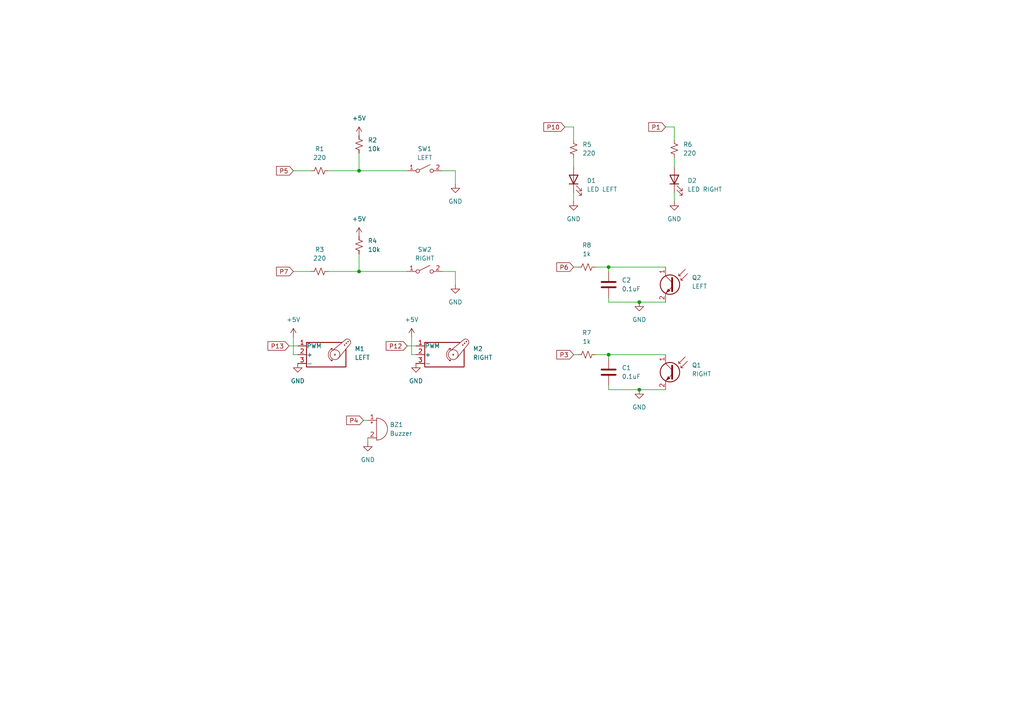
<source format=kicad_sch>
(kicad_sch (version 20211123) (generator eeschema)

  (uuid 5994a946-119f-4db4-aafe-00ae73b5b800)

  (paper "A4")

  (lib_symbols
    (symbol "Device:Buzzer" (pin_names (offset 0.0254) hide) (in_bom yes) (on_board yes)
      (property "Reference" "BZ" (id 0) (at 3.81 1.27 0)
        (effects (font (size 1.27 1.27)) (justify left))
      )
      (property "Value" "Buzzer" (id 1) (at 3.81 -1.27 0)
        (effects (font (size 1.27 1.27)) (justify left))
      )
      (property "Footprint" "" (id 2) (at -0.635 2.54 90)
        (effects (font (size 1.27 1.27)) hide)
      )
      (property "Datasheet" "~" (id 3) (at -0.635 2.54 90)
        (effects (font (size 1.27 1.27)) hide)
      )
      (property "ki_keywords" "quartz resonator ceramic" (id 4) (at 0 0 0)
        (effects (font (size 1.27 1.27)) hide)
      )
      (property "ki_description" "Buzzer, polarized" (id 5) (at 0 0 0)
        (effects (font (size 1.27 1.27)) hide)
      )
      (property "ki_fp_filters" "*Buzzer*" (id 6) (at 0 0 0)
        (effects (font (size 1.27 1.27)) hide)
      )
      (symbol "Buzzer_0_1"
        (arc (start 0 -3.175) (mid 3.175 0) (end 0 3.175)
          (stroke (width 0) (type default) (color 0 0 0 0))
          (fill (type none))
        )
        (polyline
          (pts
            (xy -1.651 1.905)
            (xy -1.143 1.905)
          )
          (stroke (width 0) (type default) (color 0 0 0 0))
          (fill (type none))
        )
        (polyline
          (pts
            (xy -1.397 2.159)
            (xy -1.397 1.651)
          )
          (stroke (width 0) (type default) (color 0 0 0 0))
          (fill (type none))
        )
        (polyline
          (pts
            (xy 0 3.175)
            (xy 0 -3.175)
          )
          (stroke (width 0) (type default) (color 0 0 0 0))
          (fill (type none))
        )
      )
      (symbol "Buzzer_1_1"
        (pin passive line (at -2.54 2.54 0) (length 2.54)
          (name "-" (effects (font (size 1.27 1.27))))
          (number "1" (effects (font (size 1.27 1.27))))
        )
        (pin passive line (at -2.54 -2.54 0) (length 2.54)
          (name "+" (effects (font (size 1.27 1.27))))
          (number "2" (effects (font (size 1.27 1.27))))
        )
      )
    )
    (symbol "Device:C" (pin_numbers hide) (pin_names (offset 0.254)) (in_bom yes) (on_board yes)
      (property "Reference" "C" (id 0) (at 0.635 2.54 0)
        (effects (font (size 1.27 1.27)) (justify left))
      )
      (property "Value" "C" (id 1) (at 0.635 -2.54 0)
        (effects (font (size 1.27 1.27)) (justify left))
      )
      (property "Footprint" "" (id 2) (at 0.9652 -3.81 0)
        (effects (font (size 1.27 1.27)) hide)
      )
      (property "Datasheet" "~" (id 3) (at 0 0 0)
        (effects (font (size 1.27 1.27)) hide)
      )
      (property "ki_keywords" "cap capacitor" (id 4) (at 0 0 0)
        (effects (font (size 1.27 1.27)) hide)
      )
      (property "ki_description" "Unpolarized capacitor" (id 5) (at 0 0 0)
        (effects (font (size 1.27 1.27)) hide)
      )
      (property "ki_fp_filters" "C_*" (id 6) (at 0 0 0)
        (effects (font (size 1.27 1.27)) hide)
      )
      (symbol "C_0_1"
        (polyline
          (pts
            (xy -2.032 -0.762)
            (xy 2.032 -0.762)
          )
          (stroke (width 0.508) (type default) (color 0 0 0 0))
          (fill (type none))
        )
        (polyline
          (pts
            (xy -2.032 0.762)
            (xy 2.032 0.762)
          )
          (stroke (width 0.508) (type default) (color 0 0 0 0))
          (fill (type none))
        )
      )
      (symbol "C_1_1"
        (pin passive line (at 0 3.81 270) (length 2.794)
          (name "~" (effects (font (size 1.27 1.27))))
          (number "1" (effects (font (size 1.27 1.27))))
        )
        (pin passive line (at 0 -3.81 90) (length 2.794)
          (name "~" (effects (font (size 1.27 1.27))))
          (number "2" (effects (font (size 1.27 1.27))))
        )
      )
    )
    (symbol "Device:LED" (pin_numbers hide) (pin_names (offset 1.016) hide) (in_bom yes) (on_board yes)
      (property "Reference" "D" (id 0) (at 0 2.54 0)
        (effects (font (size 1.27 1.27)))
      )
      (property "Value" "LED" (id 1) (at 0 -2.54 0)
        (effects (font (size 1.27 1.27)))
      )
      (property "Footprint" "" (id 2) (at 0 0 0)
        (effects (font (size 1.27 1.27)) hide)
      )
      (property "Datasheet" "~" (id 3) (at 0 0 0)
        (effects (font (size 1.27 1.27)) hide)
      )
      (property "ki_keywords" "LED diode" (id 4) (at 0 0 0)
        (effects (font (size 1.27 1.27)) hide)
      )
      (property "ki_description" "Light emitting diode" (id 5) (at 0 0 0)
        (effects (font (size 1.27 1.27)) hide)
      )
      (property "ki_fp_filters" "LED* LED_SMD:* LED_THT:*" (id 6) (at 0 0 0)
        (effects (font (size 1.27 1.27)) hide)
      )
      (symbol "LED_0_1"
        (polyline
          (pts
            (xy -1.27 -1.27)
            (xy -1.27 1.27)
          )
          (stroke (width 0.254) (type default) (color 0 0 0 0))
          (fill (type none))
        )
        (polyline
          (pts
            (xy -1.27 0)
            (xy 1.27 0)
          )
          (stroke (width 0) (type default) (color 0 0 0 0))
          (fill (type none))
        )
        (polyline
          (pts
            (xy 1.27 -1.27)
            (xy 1.27 1.27)
            (xy -1.27 0)
            (xy 1.27 -1.27)
          )
          (stroke (width 0.254) (type default) (color 0 0 0 0))
          (fill (type none))
        )
        (polyline
          (pts
            (xy -3.048 -0.762)
            (xy -4.572 -2.286)
            (xy -3.81 -2.286)
            (xy -4.572 -2.286)
            (xy -4.572 -1.524)
          )
          (stroke (width 0) (type default) (color 0 0 0 0))
          (fill (type none))
        )
        (polyline
          (pts
            (xy -1.778 -0.762)
            (xy -3.302 -2.286)
            (xy -2.54 -2.286)
            (xy -3.302 -2.286)
            (xy -3.302 -1.524)
          )
          (stroke (width 0) (type default) (color 0 0 0 0))
          (fill (type none))
        )
      )
      (symbol "LED_1_1"
        (pin passive line (at -3.81 0 0) (length 2.54)
          (name "K" (effects (font (size 1.27 1.27))))
          (number "1" (effects (font (size 1.27 1.27))))
        )
        (pin passive line (at 3.81 0 180) (length 2.54)
          (name "A" (effects (font (size 1.27 1.27))))
          (number "2" (effects (font (size 1.27 1.27))))
        )
      )
    )
    (symbol "Device:Q_Photo_NPN" (pin_names (offset 0) hide) (in_bom yes) (on_board yes)
      (property "Reference" "Q" (id 0) (at 5.08 1.27 0)
        (effects (font (size 1.27 1.27)) (justify left))
      )
      (property "Value" "Q_Photo_NPN" (id 1) (at 5.08 -1.27 0)
        (effects (font (size 1.27 1.27)) (justify left))
      )
      (property "Footprint" "" (id 2) (at 5.08 2.54 0)
        (effects (font (size 1.27 1.27)) hide)
      )
      (property "Datasheet" "~" (id 3) (at 0 0 0)
        (effects (font (size 1.27 1.27)) hide)
      )
      (property "ki_keywords" "phototransistor NPN" (id 4) (at 0 0 0)
        (effects (font (size 1.27 1.27)) hide)
      )
      (property "ki_description" "NPN phototransistor, collector/emitter" (id 5) (at 0 0 0)
        (effects (font (size 1.27 1.27)) hide)
      )
      (symbol "Q_Photo_NPN_0_1"
        (polyline
          (pts
            (xy -1.905 1.27)
            (xy -2.54 1.27)
          )
          (stroke (width 0) (type default) (color 0 0 0 0))
          (fill (type none))
        )
        (polyline
          (pts
            (xy -1.27 2.54)
            (xy -1.905 2.54)
          )
          (stroke (width 0) (type default) (color 0 0 0 0))
          (fill (type none))
        )
        (polyline
          (pts
            (xy 0.635 0.635)
            (xy 2.54 2.54)
          )
          (stroke (width 0) (type default) (color 0 0 0 0))
          (fill (type none))
        )
        (polyline
          (pts
            (xy -3.81 3.175)
            (xy -1.905 1.27)
            (xy -1.905 1.905)
          )
          (stroke (width 0) (type default) (color 0 0 0 0))
          (fill (type none))
        )
        (polyline
          (pts
            (xy -3.175 4.445)
            (xy -1.27 2.54)
            (xy -1.27 3.175)
          )
          (stroke (width 0) (type default) (color 0 0 0 0))
          (fill (type none))
        )
        (polyline
          (pts
            (xy 0.635 -0.635)
            (xy 2.54 -2.54)
            (xy 2.54 -2.54)
          )
          (stroke (width 0) (type default) (color 0 0 0 0))
          (fill (type none))
        )
        (polyline
          (pts
            (xy 0.635 1.905)
            (xy 0.635 -1.905)
            (xy 0.635 -1.905)
          )
          (stroke (width 0.508) (type default) (color 0 0 0 0))
          (fill (type none))
        )
        (polyline
          (pts
            (xy 1.27 -1.778)
            (xy 1.778 -1.27)
            (xy 2.286 -2.286)
            (xy 1.27 -1.778)
            (xy 1.27 -1.778)
          )
          (stroke (width 0) (type default) (color 0 0 0 0))
          (fill (type outline))
        )
        (circle (center 1.27 0) (radius 2.8194)
          (stroke (width 0.254) (type default) (color 0 0 0 0))
          (fill (type none))
        )
      )
      (symbol "Q_Photo_NPN_1_1"
        (pin passive line (at 2.54 5.08 270) (length 2.54)
          (name "C" (effects (font (size 1.27 1.27))))
          (number "1" (effects (font (size 1.27 1.27))))
        )
        (pin passive line (at 2.54 -5.08 90) (length 2.54)
          (name "E" (effects (font (size 1.27 1.27))))
          (number "2" (effects (font (size 1.27 1.27))))
        )
      )
    )
    (symbol "Device:R_Small_US" (pin_numbers hide) (pin_names (offset 0.254) hide) (in_bom yes) (on_board yes)
      (property "Reference" "R" (id 0) (at 0.762 0.508 0)
        (effects (font (size 1.27 1.27)) (justify left))
      )
      (property "Value" "R_Small_US" (id 1) (at 0.762 -1.016 0)
        (effects (font (size 1.27 1.27)) (justify left))
      )
      (property "Footprint" "" (id 2) (at 0 0 0)
        (effects (font (size 1.27 1.27)) hide)
      )
      (property "Datasheet" "~" (id 3) (at 0 0 0)
        (effects (font (size 1.27 1.27)) hide)
      )
      (property "ki_keywords" "r resistor" (id 4) (at 0 0 0)
        (effects (font (size 1.27 1.27)) hide)
      )
      (property "ki_description" "Resistor, small US symbol" (id 5) (at 0 0 0)
        (effects (font (size 1.27 1.27)) hide)
      )
      (property "ki_fp_filters" "R_*" (id 6) (at 0 0 0)
        (effects (font (size 1.27 1.27)) hide)
      )
      (symbol "R_Small_US_1_1"
        (polyline
          (pts
            (xy 0 0)
            (xy 1.016 -0.381)
            (xy 0 -0.762)
            (xy -1.016 -1.143)
            (xy 0 -1.524)
          )
          (stroke (width 0) (type default) (color 0 0 0 0))
          (fill (type none))
        )
        (polyline
          (pts
            (xy 0 1.524)
            (xy 1.016 1.143)
            (xy 0 0.762)
            (xy -1.016 0.381)
            (xy 0 0)
          )
          (stroke (width 0) (type default) (color 0 0 0 0))
          (fill (type none))
        )
        (pin passive line (at 0 2.54 270) (length 1.016)
          (name "~" (effects (font (size 1.27 1.27))))
          (number "1" (effects (font (size 1.27 1.27))))
        )
        (pin passive line (at 0 -2.54 90) (length 1.016)
          (name "~" (effects (font (size 1.27 1.27))))
          (number "2" (effects (font (size 1.27 1.27))))
        )
      )
    )
    (symbol "Motor:Motor_Servo" (pin_names (offset 0.0254)) (in_bom yes) (on_board yes)
      (property "Reference" "M" (id 0) (at -5.08 4.445 0)
        (effects (font (size 1.27 1.27)) (justify left))
      )
      (property "Value" "Motor_Servo" (id 1) (at -5.08 -4.064 0)
        (effects (font (size 1.27 1.27)) (justify left top))
      )
      (property "Footprint" "" (id 2) (at 0 -4.826 0)
        (effects (font (size 1.27 1.27)) hide)
      )
      (property "Datasheet" "http://forums.parallax.com/uploads/attachments/46831/74481.png" (id 3) (at 0 -4.826 0)
        (effects (font (size 1.27 1.27)) hide)
      )
      (property "ki_keywords" "Servo Motor" (id 4) (at 0 0 0)
        (effects (font (size 1.27 1.27)) hide)
      )
      (property "ki_description" "Servo Motor (Futaba, HiTec, JR connector)" (id 5) (at 0 0 0)
        (effects (font (size 1.27 1.27)) hide)
      )
      (property "ki_fp_filters" "PinHeader*P2.54mm*" (id 6) (at 0 0 0)
        (effects (font (size 1.27 1.27)) hide)
      )
      (symbol "Motor_Servo_0_1"
        (polyline
          (pts
            (xy 2.413 -1.778)
            (xy 2.032 -1.778)
          )
          (stroke (width 0) (type default) (color 0 0 0 0))
          (fill (type none))
        )
        (polyline
          (pts
            (xy 2.413 -1.778)
            (xy 2.286 -1.397)
          )
          (stroke (width 0) (type default) (color 0 0 0 0))
          (fill (type none))
        )
        (polyline
          (pts
            (xy 2.413 1.778)
            (xy 1.905 1.778)
          )
          (stroke (width 0) (type default) (color 0 0 0 0))
          (fill (type none))
        )
        (polyline
          (pts
            (xy 2.413 1.778)
            (xy 2.286 1.397)
          )
          (stroke (width 0) (type default) (color 0 0 0 0))
          (fill (type none))
        )
        (polyline
          (pts
            (xy 6.35 4.445)
            (xy 2.54 1.27)
          )
          (stroke (width 0) (type default) (color 0 0 0 0))
          (fill (type none))
        )
        (polyline
          (pts
            (xy 7.62 3.175)
            (xy 4.191 -1.016)
          )
          (stroke (width 0) (type default) (color 0 0 0 0))
          (fill (type none))
        )
        (polyline
          (pts
            (xy 5.08 3.556)
            (xy -5.08 3.556)
            (xy -5.08 -3.556)
            (xy 6.35 -3.556)
            (xy 6.35 1.524)
          )
          (stroke (width 0.254) (type default) (color 0 0 0 0))
          (fill (type none))
        )
        (arc (start 2.413 1.778) (mid 1.2406 0) (end 2.413 -1.778)
          (stroke (width 0) (type default) (color 0 0 0 0))
          (fill (type none))
        )
        (circle (center 3.175 0) (radius 0.1778)
          (stroke (width 0) (type default) (color 0 0 0 0))
          (fill (type none))
        )
        (circle (center 3.175 0) (radius 1.4224)
          (stroke (width 0) (type default) (color 0 0 0 0))
          (fill (type none))
        )
        (circle (center 5.969 2.794) (radius 0.127)
          (stroke (width 0) (type default) (color 0 0 0 0))
          (fill (type none))
        )
        (circle (center 6.477 3.302) (radius 0.127)
          (stroke (width 0) (type default) (color 0 0 0 0))
          (fill (type none))
        )
        (circle (center 6.985 3.81) (radius 0.127)
          (stroke (width 0) (type default) (color 0 0 0 0))
          (fill (type none))
        )
        (arc (start 7.62 3.175) (mid 7.4485 4.2735) (end 6.35 4.445)
          (stroke (width 0) (type default) (color 0 0 0 0))
          (fill (type none))
        )
      )
      (symbol "Motor_Servo_1_1"
        (pin passive line (at -7.62 2.54 0) (length 2.54)
          (name "PWM" (effects (font (size 1.27 1.27))))
          (number "1" (effects (font (size 1.27 1.27))))
        )
        (pin passive line (at -7.62 0 0) (length 2.54)
          (name "+" (effects (font (size 1.27 1.27))))
          (number "2" (effects (font (size 1.27 1.27))))
        )
        (pin passive line (at -7.62 -2.54 0) (length 2.54)
          (name "-" (effects (font (size 1.27 1.27))))
          (number "3" (effects (font (size 1.27 1.27))))
        )
      )
    )
    (symbol "Switch:SW_SPST" (pin_names (offset 0) hide) (in_bom yes) (on_board yes)
      (property "Reference" "SW" (id 0) (at 0 3.175 0)
        (effects (font (size 1.27 1.27)))
      )
      (property "Value" "SW_SPST" (id 1) (at 0 -2.54 0)
        (effects (font (size 1.27 1.27)))
      )
      (property "Footprint" "" (id 2) (at 0 0 0)
        (effects (font (size 1.27 1.27)) hide)
      )
      (property "Datasheet" "~" (id 3) (at 0 0 0)
        (effects (font (size 1.27 1.27)) hide)
      )
      (property "ki_keywords" "switch lever" (id 4) (at 0 0 0)
        (effects (font (size 1.27 1.27)) hide)
      )
      (property "ki_description" "Single Pole Single Throw (SPST) switch" (id 5) (at 0 0 0)
        (effects (font (size 1.27 1.27)) hide)
      )
      (symbol "SW_SPST_0_0"
        (circle (center -2.032 0) (radius 0.508)
          (stroke (width 0) (type default) (color 0 0 0 0))
          (fill (type none))
        )
        (polyline
          (pts
            (xy -1.524 0.254)
            (xy 1.524 1.778)
          )
          (stroke (width 0) (type default) (color 0 0 0 0))
          (fill (type none))
        )
        (circle (center 2.032 0) (radius 0.508)
          (stroke (width 0) (type default) (color 0 0 0 0))
          (fill (type none))
        )
      )
      (symbol "SW_SPST_1_1"
        (pin passive line (at -5.08 0 0) (length 2.54)
          (name "A" (effects (font (size 1.27 1.27))))
          (number "1" (effects (font (size 1.27 1.27))))
        )
        (pin passive line (at 5.08 0 180) (length 2.54)
          (name "B" (effects (font (size 1.27 1.27))))
          (number "2" (effects (font (size 1.27 1.27))))
        )
      )
    )
    (symbol "power:+5V" (power) (pin_names (offset 0)) (in_bom yes) (on_board yes)
      (property "Reference" "#PWR" (id 0) (at 0 -3.81 0)
        (effects (font (size 1.27 1.27)) hide)
      )
      (property "Value" "+5V" (id 1) (at 0 3.556 0)
        (effects (font (size 1.27 1.27)))
      )
      (property "Footprint" "" (id 2) (at 0 0 0)
        (effects (font (size 1.27 1.27)) hide)
      )
      (property "Datasheet" "" (id 3) (at 0 0 0)
        (effects (font (size 1.27 1.27)) hide)
      )
      (property "ki_keywords" "power-flag" (id 4) (at 0 0 0)
        (effects (font (size 1.27 1.27)) hide)
      )
      (property "ki_description" "Power symbol creates a global label with name \"+5V\"" (id 5) (at 0 0 0)
        (effects (font (size 1.27 1.27)) hide)
      )
      (symbol "+5V_0_1"
        (polyline
          (pts
            (xy -0.762 1.27)
            (xy 0 2.54)
          )
          (stroke (width 0) (type default) (color 0 0 0 0))
          (fill (type none))
        )
        (polyline
          (pts
            (xy 0 0)
            (xy 0 2.54)
          )
          (stroke (width 0) (type default) (color 0 0 0 0))
          (fill (type none))
        )
        (polyline
          (pts
            (xy 0 2.54)
            (xy 0.762 1.27)
          )
          (stroke (width 0) (type default) (color 0 0 0 0))
          (fill (type none))
        )
      )
      (symbol "+5V_1_1"
        (pin power_in line (at 0 0 90) (length 0) hide
          (name "+5V" (effects (font (size 1.27 1.27))))
          (number "1" (effects (font (size 1.27 1.27))))
        )
      )
    )
    (symbol "power:GND" (power) (pin_names (offset 0)) (in_bom yes) (on_board yes)
      (property "Reference" "#PWR" (id 0) (at 0 -6.35 0)
        (effects (font (size 1.27 1.27)) hide)
      )
      (property "Value" "GND" (id 1) (at 0 -3.81 0)
        (effects (font (size 1.27 1.27)))
      )
      (property "Footprint" "" (id 2) (at 0 0 0)
        (effects (font (size 1.27 1.27)) hide)
      )
      (property "Datasheet" "" (id 3) (at 0 0 0)
        (effects (font (size 1.27 1.27)) hide)
      )
      (property "ki_keywords" "power-flag" (id 4) (at 0 0 0)
        (effects (font (size 1.27 1.27)) hide)
      )
      (property "ki_description" "Power symbol creates a global label with name \"GND\" , ground" (id 5) (at 0 0 0)
        (effects (font (size 1.27 1.27)) hide)
      )
      (symbol "GND_0_1"
        (polyline
          (pts
            (xy 0 0)
            (xy 0 -1.27)
            (xy 1.27 -1.27)
            (xy 0 -2.54)
            (xy -1.27 -1.27)
            (xy 0 -1.27)
          )
          (stroke (width 0) (type default) (color 0 0 0 0))
          (fill (type none))
        )
      )
      (symbol "GND_1_1"
        (pin power_in line (at 0 0 270) (length 0) hide
          (name "GND" (effects (font (size 1.27 1.27))))
          (number "1" (effects (font (size 1.27 1.27))))
        )
      )
    )
  )

  (junction (at 176.53 77.47) (diameter 0) (color 0 0 0 0)
    (uuid 07e3311f-ab04-4e50-9156-367d7307f06b)
  )
  (junction (at 104.14 78.74) (diameter 0) (color 0 0 0 0)
    (uuid 4b6825c9-a1f7-4ead-9756-29ea3c3b647a)
  )
  (junction (at 176.53 102.87) (diameter 0) (color 0 0 0 0)
    (uuid 52f9f6d7-3383-410e-9e88-e6aea7ef29cc)
  )
  (junction (at 185.42 87.63) (diameter 0) (color 0 0 0 0)
    (uuid 856c8e53-c214-4fed-80b5-46667ceef9c3)
  )
  (junction (at 185.42 113.03) (diameter 0) (color 0 0 0 0)
    (uuid 900426b9-47ac-47ef-b48c-f5c8d368c93a)
  )
  (junction (at 104.14 49.53) (diameter 0) (color 0 0 0 0)
    (uuid dbbe2d60-23f7-469d-a0ae-1b2baf3ea8c5)
  )

  (wire (pts (xy 104.14 44.45) (xy 104.14 49.53))
    (stroke (width 0) (type default) (color 0 0 0 0))
    (uuid 00eedf01-f868-45fe-a111-fb3be2341d4e)
  )
  (wire (pts (xy 132.08 78.74) (xy 128.27 78.74))
    (stroke (width 0) (type default) (color 0 0 0 0))
    (uuid 04ba6294-a402-42fc-8f4c-1c9386f99756)
  )
  (wire (pts (xy 104.14 78.74) (xy 118.11 78.74))
    (stroke (width 0) (type default) (color 0 0 0 0))
    (uuid 1108903f-ab44-42de-8367-0525f51b13e6)
  )
  (wire (pts (xy 85.09 78.74) (xy 90.17 78.74))
    (stroke (width 0) (type default) (color 0 0 0 0))
    (uuid 13f1bb35-c948-4640-9e12-0fd57453cbdb)
  )
  (wire (pts (xy 104.14 49.53) (xy 118.11 49.53))
    (stroke (width 0) (type default) (color 0 0 0 0))
    (uuid 1c92e6b7-9cbf-4c7a-a924-5052f9906a0f)
  )
  (wire (pts (xy 176.53 113.03) (xy 176.53 111.76))
    (stroke (width 0) (type default) (color 0 0 0 0))
    (uuid 20c49e01-07f1-4a3a-a90c-22b9138cdaf3)
  )
  (wire (pts (xy 163.83 36.83) (xy 166.37 36.83))
    (stroke (width 0) (type default) (color 0 0 0 0))
    (uuid 2af6e0c9-21c5-48a4-afd7-587c45983047)
  )
  (wire (pts (xy 166.37 102.87) (xy 167.64 102.87))
    (stroke (width 0) (type default) (color 0 0 0 0))
    (uuid 339620b7-3ace-423b-bc09-a6ecc167c3e9)
  )
  (wire (pts (xy 176.53 77.47) (xy 193.04 77.47))
    (stroke (width 0) (type default) (color 0 0 0 0))
    (uuid 40c25f56-c2ae-46dc-bb8b-45bb67bb97ad)
  )
  (wire (pts (xy 195.58 36.83) (xy 195.58 40.64))
    (stroke (width 0) (type default) (color 0 0 0 0))
    (uuid 455aed55-227d-414f-9919-bf0873554a6e)
  )
  (wire (pts (xy 104.14 73.66) (xy 104.14 78.74))
    (stroke (width 0) (type default) (color 0 0 0 0))
    (uuid 4921d049-5b2d-4262-b362-3928ff5ef51d)
  )
  (wire (pts (xy 176.53 77.47) (xy 176.53 78.74))
    (stroke (width 0) (type default) (color 0 0 0 0))
    (uuid 528923c3-8ac4-4d1c-b9d4-52976c48ded9)
  )
  (wire (pts (xy 132.08 49.53) (xy 132.08 53.34))
    (stroke (width 0) (type default) (color 0 0 0 0))
    (uuid 5a613b56-2589-42e9-bf6c-6feb9eb7f523)
  )
  (wire (pts (xy 193.04 36.83) (xy 195.58 36.83))
    (stroke (width 0) (type default) (color 0 0 0 0))
    (uuid 5d01974b-5e1f-4d97-a712-8855f0936a69)
  )
  (wire (pts (xy 106.68 128.27) (xy 106.68 127))
    (stroke (width 0) (type default) (color 0 0 0 0))
    (uuid 5e275ab0-d913-409b-b9b1-9de6773eeaef)
  )
  (wire (pts (xy 166.37 77.47) (xy 167.64 77.47))
    (stroke (width 0) (type default) (color 0 0 0 0))
    (uuid 66bdbf0e-2a41-4ff0-aefa-39c2e4db9559)
  )
  (wire (pts (xy 85.09 49.53) (xy 90.17 49.53))
    (stroke (width 0) (type default) (color 0 0 0 0))
    (uuid 6a029190-9bf6-4b38-be08-c0324aaf7003)
  )
  (wire (pts (xy 172.72 102.87) (xy 176.53 102.87))
    (stroke (width 0) (type default) (color 0 0 0 0))
    (uuid 70a40cde-6d03-4ba4-8d6d-591492a9944a)
  )
  (wire (pts (xy 132.08 78.74) (xy 132.08 82.55))
    (stroke (width 0) (type default) (color 0 0 0 0))
    (uuid 7e802c7d-3297-48f9-a50a-ef977f38b7d9)
  )
  (wire (pts (xy 119.38 102.87) (xy 119.38 97.79))
    (stroke (width 0) (type default) (color 0 0 0 0))
    (uuid 83aa2854-38fe-49ce-b644-fecb30aa0352)
  )
  (wire (pts (xy 166.37 58.42) (xy 166.37 55.88))
    (stroke (width 0) (type default) (color 0 0 0 0))
    (uuid 93dcbc3a-d759-4ff7-a196-dd8e151a94d9)
  )
  (wire (pts (xy 132.08 49.53) (xy 128.27 49.53))
    (stroke (width 0) (type default) (color 0 0 0 0))
    (uuid a2fe6375-06cd-4fe1-8d5c-b28cf88905db)
  )
  (wire (pts (xy 176.53 113.03) (xy 185.42 113.03))
    (stroke (width 0) (type default) (color 0 0 0 0))
    (uuid a44f3a34-071b-4078-8f9d-d2e25ff574f2)
  )
  (wire (pts (xy 185.42 87.63) (xy 193.04 87.63))
    (stroke (width 0) (type default) (color 0 0 0 0))
    (uuid aaa77f21-8f41-4fba-b51a-c911c0b68c6f)
  )
  (wire (pts (xy 105.41 121.92) (xy 106.68 121.92))
    (stroke (width 0) (type default) (color 0 0 0 0))
    (uuid ad34773d-1bdd-4acb-a31c-57a7ead38763)
  )
  (wire (pts (xy 176.53 87.63) (xy 185.42 87.63))
    (stroke (width 0) (type default) (color 0 0 0 0))
    (uuid b0aace6d-dd57-4c27-96d4-67cfe1c35936)
  )
  (wire (pts (xy 95.25 78.74) (xy 104.14 78.74))
    (stroke (width 0) (type default) (color 0 0 0 0))
    (uuid b6cc4ac6-ac06-4d90-87b6-c8f8575f4d55)
  )
  (wire (pts (xy 166.37 36.83) (xy 166.37 40.64))
    (stroke (width 0) (type default) (color 0 0 0 0))
    (uuid ba62f1d3-df86-4b56-b623-9036cef872bc)
  )
  (wire (pts (xy 176.53 87.63) (xy 176.53 86.36))
    (stroke (width 0) (type default) (color 0 0 0 0))
    (uuid c29f45bc-359d-4d7a-88e7-ed358a0d5fd8)
  )
  (wire (pts (xy 120.65 102.87) (xy 119.38 102.87))
    (stroke (width 0) (type default) (color 0 0 0 0))
    (uuid c30ea908-aead-4403-a4b1-e4e4070c2d5c)
  )
  (wire (pts (xy 85.09 97.79) (xy 85.09 102.87))
    (stroke (width 0) (type default) (color 0 0 0 0))
    (uuid c6aab1c9-d35b-45e0-8086-1c06057259d9)
  )
  (wire (pts (xy 176.53 102.87) (xy 193.04 102.87))
    (stroke (width 0) (type default) (color 0 0 0 0))
    (uuid cac251a4-75c5-4730-9a7b-e7b1d25c1976)
  )
  (wire (pts (xy 176.53 102.87) (xy 176.53 104.14))
    (stroke (width 0) (type default) (color 0 0 0 0))
    (uuid cf547981-c7e1-45c7-9dbb-d45579bea9b6)
  )
  (wire (pts (xy 185.42 113.03) (xy 193.04 113.03))
    (stroke (width 0) (type default) (color 0 0 0 0))
    (uuid e8450507-6bdb-4c51-88c7-7c9772cb354e)
  )
  (wire (pts (xy 172.72 77.47) (xy 176.53 77.47))
    (stroke (width 0) (type default) (color 0 0 0 0))
    (uuid e8de65f4-4672-43be-b560-48a025191e9b)
  )
  (wire (pts (xy 118.11 100.33) (xy 120.65 100.33))
    (stroke (width 0) (type default) (color 0 0 0 0))
    (uuid ecf5b86d-42c0-49c1-b97c-b27c8526def2)
  )
  (wire (pts (xy 95.25 49.53) (xy 104.14 49.53))
    (stroke (width 0) (type default) (color 0 0 0 0))
    (uuid f1a94af9-53f4-4857-ae3a-d0339287b83f)
  )
  (wire (pts (xy 83.82 100.33) (xy 86.36 100.33))
    (stroke (width 0) (type default) (color 0 0 0 0))
    (uuid f2c4f452-1994-42d7-a272-59fb62c32d61)
  )
  (wire (pts (xy 166.37 48.26) (xy 166.37 45.72))
    (stroke (width 0) (type default) (color 0 0 0 0))
    (uuid f3b778d0-bdca-4a7a-b2d7-e2e8f7fb32e1)
  )
  (wire (pts (xy 195.58 48.26) (xy 195.58 45.72))
    (stroke (width 0) (type default) (color 0 0 0 0))
    (uuid fd721193-5a19-4b44-a74d-97efb6c8d81d)
  )
  (wire (pts (xy 85.09 102.87) (xy 86.36 102.87))
    (stroke (width 0) (type default) (color 0 0 0 0))
    (uuid fda0cb0b-be8b-476c-a4b2-8ef92aa01ebb)
  )
  (wire (pts (xy 195.58 58.42) (xy 195.58 55.88))
    (stroke (width 0) (type default) (color 0 0 0 0))
    (uuid fe1a4595-7bc2-45c8-ac08-2f948d8ca3ee)
  )

  (global_label "P3" (shape input) (at 166.37 102.87 180) (fields_autoplaced)
    (effects (font (size 1.27 1.27)) (justify right))
    (uuid 0900547b-9c3d-4756-b816-a4c93773302e)
    (property "Intersheet References" "${INTERSHEET_REFS}" (id 0) (at 161.4774 102.7906 0)
      (effects (font (size 1.27 1.27)) (justify right) hide)
    )
  )
  (global_label "P10" (shape input) (at 163.83 36.83 180) (fields_autoplaced)
    (effects (font (size 1.27 1.27)) (justify right))
    (uuid 1109f13f-a78e-4afe-bd4b-1258ed4a187e)
    (property "Intersheet References" "${INTERSHEET_REFS}" (id 0) (at 157.7279 36.7506 0)
      (effects (font (size 1.27 1.27)) (justify right) hide)
    )
  )
  (global_label "P12" (shape input) (at 118.11 100.33 180) (fields_autoplaced)
    (effects (font (size 1.27 1.27)) (justify right))
    (uuid 42a1065d-5996-4ecc-8d8c-176f54b47033)
    (property "Intersheet References" "${INTERSHEET_REFS}" (id 0) (at 112.0079 100.2506 0)
      (effects (font (size 1.27 1.27)) (justify right) hide)
    )
  )
  (global_label "P13" (shape input) (at 83.82 100.33 180) (fields_autoplaced)
    (effects (font (size 1.27 1.27)) (justify right))
    (uuid 5cb0403f-972a-4463-91f1-8d4f3ec5c8cb)
    (property "Intersheet References" "${INTERSHEET_REFS}" (id 0) (at 77.7179 100.2506 0)
      (effects (font (size 1.27 1.27)) (justify right) hide)
    )
  )
  (global_label "P1" (shape input) (at 193.04 36.83 180) (fields_autoplaced)
    (effects (font (size 1.27 1.27)) (justify right))
    (uuid 64227d66-1dba-4646-bce9-4be84033d092)
    (property "Intersheet References" "${INTERSHEET_REFS}" (id 0) (at 188.1474 36.7506 0)
      (effects (font (size 1.27 1.27)) (justify right) hide)
    )
  )
  (global_label "P6" (shape input) (at 166.37 77.47 180) (fields_autoplaced)
    (effects (font (size 1.27 1.27)) (justify right))
    (uuid 718b0164-25b0-493e-a6f9-68d8c9fbfa60)
    (property "Intersheet References" "${INTERSHEET_REFS}" (id 0) (at 161.4774 77.3906 0)
      (effects (font (size 1.27 1.27)) (justify right) hide)
    )
  )
  (global_label "P7" (shape input) (at 85.09 78.74 180) (fields_autoplaced)
    (effects (font (size 1.27 1.27)) (justify right))
    (uuid 85866164-6ed9-4bc8-abf5-a867e210a92b)
    (property "Intersheet References" "${INTERSHEET_REFS}" (id 0) (at 80.1974 78.6606 0)
      (effects (font (size 1.27 1.27)) (justify right) hide)
    )
  )
  (global_label "P5" (shape input) (at 85.09 49.53 180) (fields_autoplaced)
    (effects (font (size 1.27 1.27)) (justify right))
    (uuid 88a4a890-2852-4130-bbf3-323265597b16)
    (property "Intersheet References" "${INTERSHEET_REFS}" (id 0) (at 80.1974 49.4506 0)
      (effects (font (size 1.27 1.27)) (justify right) hide)
    )
  )
  (global_label "P4" (shape input) (at 105.41 121.92 180) (fields_autoplaced)
    (effects (font (size 1.27 1.27)) (justify right))
    (uuid b81e0885-c16a-4e21-940b-2c831a308740)
    (property "Intersheet References" "${INTERSHEET_REFS}" (id 0) (at 100.5174 121.8406 0)
      (effects (font (size 1.27 1.27)) (justify right) hide)
    )
  )

  (symbol (lib_id "Device:R_Small_US") (at 92.71 78.74 270) (unit 1)
    (in_bom yes) (on_board yes) (fields_autoplaced)
    (uuid 1abe0c3d-ccb2-4980-89ee-7d5eb00dcbe9)
    (property "Reference" "R3" (id 0) (at 92.71 72.39 90))
    (property "Value" "220" (id 1) (at 92.71 74.93 90))
    (property "Footprint" "" (id 2) (at 92.71 78.74 0)
      (effects (font (size 1.27 1.27)) hide)
    )
    (property "Datasheet" "~" (id 3) (at 92.71 78.74 0)
      (effects (font (size 1.27 1.27)) hide)
    )
    (pin "1" (uuid c8431b77-9dba-4d01-af13-cb061ccfbd91))
    (pin "2" (uuid 64303b8e-229e-49db-8c8a-eb0f29920c2e))
  )

  (symbol (lib_id "Device:R_Small_US") (at 170.18 102.87 90) (unit 1)
    (in_bom yes) (on_board yes) (fields_autoplaced)
    (uuid 26820f5c-8822-4371-879b-2c5fdeb709c6)
    (property "Reference" "R7" (id 0) (at 170.18 96.52 90))
    (property "Value" "" (id 1) (at 170.18 99.06 90))
    (property "Footprint" "" (id 2) (at 170.18 102.87 0)
      (effects (font (size 1.27 1.27)) hide)
    )
    (property "Datasheet" "~" (id 3) (at 170.18 102.87 0)
      (effects (font (size 1.27 1.27)) hide)
    )
    (pin "1" (uuid 64955e90-795b-4570-8dbb-13ab629cef78))
    (pin "2" (uuid 3897df55-4e8e-4d33-b5e2-ac09206305eb))
  )

  (symbol (lib_id "Device:R_Small_US") (at 166.37 43.18 0) (unit 1)
    (in_bom yes) (on_board yes) (fields_autoplaced)
    (uuid 275b6416-db29-42cc-9307-bf426917c3b4)
    (property "Reference" "R5" (id 0) (at 168.91 41.9099 0)
      (effects (font (size 1.27 1.27)) (justify left))
    )
    (property "Value" "" (id 1) (at 168.91 44.4499 0)
      (effects (font (size 1.27 1.27)) (justify left))
    )
    (property "Footprint" "" (id 2) (at 166.37 43.18 0)
      (effects (font (size 1.27 1.27)) hide)
    )
    (property "Datasheet" "~" (id 3) (at 166.37 43.18 0)
      (effects (font (size 1.27 1.27)) hide)
    )
    (pin "1" (uuid 8d063f79-9282-4820-bcf4-1ff3c006cf08))
    (pin "2" (uuid af186015-d283-4209-aade-a247e5de01df))
  )

  (symbol (lib_id "Device:R_Small_US") (at 104.14 71.12 0) (unit 1)
    (in_bom yes) (on_board yes) (fields_autoplaced)
    (uuid 2775e481-7e1a-4826-b93b-996402a5df34)
    (property "Reference" "R4" (id 0) (at 106.68 69.8499 0)
      (effects (font (size 1.27 1.27)) (justify left))
    )
    (property "Value" "10k" (id 1) (at 106.68 72.3899 0)
      (effects (font (size 1.27 1.27)) (justify left))
    )
    (property "Footprint" "" (id 2) (at 104.14 71.12 0)
      (effects (font (size 1.27 1.27)) hide)
    )
    (property "Datasheet" "~" (id 3) (at 104.14 71.12 0)
      (effects (font (size 1.27 1.27)) hide)
    )
    (pin "1" (uuid 9b0920d6-ff89-45c7-befe-d1fae6d593f6))
    (pin "2" (uuid a450c90e-a12d-4d33-afe5-c2f57d35f601))
  )

  (symbol (lib_id "Device:LED") (at 195.58 52.07 90) (unit 1)
    (in_bom yes) (on_board yes) (fields_autoplaced)
    (uuid 2e0831bb-727b-4678-ac31-f30bd3a3921c)
    (property "Reference" "D2" (id 0) (at 199.39 52.3874 90)
      (effects (font (size 1.27 1.27)) (justify right))
    )
    (property "Value" "" (id 1) (at 199.39 54.9274 90)
      (effects (font (size 1.27 1.27)) (justify right))
    )
    (property "Footprint" "" (id 2) (at 195.58 52.07 0)
      (effects (font (size 1.27 1.27)) hide)
    )
    (property "Datasheet" "~" (id 3) (at 195.58 52.07 0)
      (effects (font (size 1.27 1.27)) hide)
    )
    (pin "1" (uuid 7b671220-6bbf-4afc-a609-eeeac24a79a5))
    (pin "2" (uuid 5c1bdebc-317a-4ef3-8f74-39058c0859c8))
  )

  (symbol (lib_id "power:+5V") (at 85.09 97.79 0) (unit 1)
    (in_bom yes) (on_board yes) (fields_autoplaced)
    (uuid 35381895-4e3a-412e-b61f-cb542e6c0c4f)
    (property "Reference" "#PWR?" (id 0) (at 85.09 101.6 0)
      (effects (font (size 1.27 1.27)) hide)
    )
    (property "Value" "+5V" (id 1) (at 85.09 92.71 0))
    (property "Footprint" "" (id 2) (at 85.09 97.79 0)
      (effects (font (size 1.27 1.27)) hide)
    )
    (property "Datasheet" "" (id 3) (at 85.09 97.79 0)
      (effects (font (size 1.27 1.27)) hide)
    )
    (pin "1" (uuid 4f3aaa2d-567b-4827-9d6d-b3e5250a9242))
  )

  (symbol (lib_id "power:GND") (at 106.68 128.27 0) (unit 1)
    (in_bom yes) (on_board yes) (fields_autoplaced)
    (uuid 37209227-0c2a-4e4e-955b-20ce601b93fb)
    (property "Reference" "#PWR?" (id 0) (at 106.68 134.62 0)
      (effects (font (size 1.27 1.27)) hide)
    )
    (property "Value" "GND" (id 1) (at 106.68 133.35 0))
    (property "Footprint" "" (id 2) (at 106.68 128.27 0)
      (effects (font (size 1.27 1.27)) hide)
    )
    (property "Datasheet" "" (id 3) (at 106.68 128.27 0)
      (effects (font (size 1.27 1.27)) hide)
    )
    (pin "1" (uuid 7b27f8d3-5be4-4bbd-a55b-f477ef27ea0a))
  )

  (symbol (lib_id "Device:LED") (at 166.37 52.07 90) (unit 1)
    (in_bom yes) (on_board yes) (fields_autoplaced)
    (uuid 4a7114a3-2bb3-4cb4-b743-8cfc00b40467)
    (property "Reference" "D1" (id 0) (at 170.18 52.3874 90)
      (effects (font (size 1.27 1.27)) (justify right))
    )
    (property "Value" "" (id 1) (at 170.18 54.9274 90)
      (effects (font (size 1.27 1.27)) (justify right))
    )
    (property "Footprint" "" (id 2) (at 166.37 52.07 0)
      (effects (font (size 1.27 1.27)) hide)
    )
    (property "Datasheet" "~" (id 3) (at 166.37 52.07 0)
      (effects (font (size 1.27 1.27)) hide)
    )
    (pin "1" (uuid f8c61750-5c0e-4749-ae24-a771253cc5da))
    (pin "2" (uuid d7d31544-a2bf-4ba0-8307-8924e326bbdf))
  )

  (symbol (lib_id "Motor:Motor_Servo") (at 93.98 102.87 0) (unit 1)
    (in_bom yes) (on_board yes) (fields_autoplaced)
    (uuid 4c7c7870-db51-49a2-8f19-69587537557f)
    (property "Reference" "M1" (id 0) (at 102.87 101.1665 0)
      (effects (font (size 1.27 1.27)) (justify left))
    )
    (property "Value" "" (id 1) (at 102.87 103.7065 0)
      (effects (font (size 1.27 1.27)) (justify left))
    )
    (property "Footprint" "" (id 2) (at 93.98 107.696 0)
      (effects (font (size 1.27 1.27)) hide)
    )
    (property "Datasheet" "http://forums.parallax.com/uploads/attachments/46831/74481.png" (id 3) (at 93.98 107.696 0)
      (effects (font (size 1.27 1.27)) hide)
    )
    (pin "1" (uuid 72b8070d-6360-4ae2-9e52-c57614a73147))
    (pin "2" (uuid ee401c41-b6b2-4727-9d30-3b88570d7b65))
    (pin "3" (uuid 5b6c0450-093e-401d-8b6f-ca21198eb6df))
  )

  (symbol (lib_id "Switch:SW_SPST") (at 123.19 78.74 0) (unit 1)
    (in_bom yes) (on_board yes) (fields_autoplaced)
    (uuid 5c78b373-2168-4572-b43a-f4647d8651f2)
    (property "Reference" "SW2" (id 0) (at 123.19 72.39 0))
    (property "Value" "" (id 1) (at 123.19 74.93 0))
    (property "Footprint" "" (id 2) (at 123.19 78.74 0)
      (effects (font (size 1.27 1.27)) hide)
    )
    (property "Datasheet" "~" (id 3) (at 123.19 78.74 0)
      (effects (font (size 1.27 1.27)) hide)
    )
    (pin "1" (uuid e3f9c33f-e301-4ccb-8402-a1d536546f3c))
    (pin "2" (uuid 575aa981-fe57-40d1-9a65-b0f0e5acd2a0))
  )

  (symbol (lib_id "power:GND") (at 120.65 105.41 0) (unit 1)
    (in_bom yes) (on_board yes) (fields_autoplaced)
    (uuid 60101825-78f1-418c-bf19-bf0bc53dff95)
    (property "Reference" "#PWR?" (id 0) (at 120.65 111.76 0)
      (effects (font (size 1.27 1.27)) hide)
    )
    (property "Value" "GND" (id 1) (at 120.65 110.49 0))
    (property "Footprint" "" (id 2) (at 120.65 105.41 0)
      (effects (font (size 1.27 1.27)) hide)
    )
    (property "Datasheet" "" (id 3) (at 120.65 105.41 0)
      (effects (font (size 1.27 1.27)) hide)
    )
    (pin "1" (uuid 605e0e4a-a39d-4b11-a73e-a68f9c9ba06c))
  )

  (symbol (lib_id "Motor:Motor_Servo") (at 128.27 102.87 0) (unit 1)
    (in_bom yes) (on_board yes) (fields_autoplaced)
    (uuid 68da8cc6-0765-4da4-9976-d371a52df850)
    (property "Reference" "M2" (id 0) (at 137.16 101.1665 0)
      (effects (font (size 1.27 1.27)) (justify left))
    )
    (property "Value" "" (id 1) (at 137.16 103.7065 0)
      (effects (font (size 1.27 1.27)) (justify left))
    )
    (property "Footprint" "" (id 2) (at 128.27 107.696 0)
      (effects (font (size 1.27 1.27)) hide)
    )
    (property "Datasheet" "http://forums.parallax.com/uploads/attachments/46831/74481.png" (id 3) (at 128.27 107.696 0)
      (effects (font (size 1.27 1.27)) hide)
    )
    (pin "1" (uuid 8a7742df-0533-4987-a44b-d9e7b3403c00))
    (pin "2" (uuid 0020d0ea-8d9d-4dfe-880a-001f8e7583fa))
    (pin "3" (uuid 82756224-047c-4f97-af27-2184af38cf1e))
  )

  (symbol (lib_id "Device:Q_Photo_NPN") (at 195.58 107.95 0) (mirror y) (unit 1)
    (in_bom yes) (on_board yes) (fields_autoplaced)
    (uuid 799dd1ee-c681-4d9a-aad7-70961fde04b3)
    (property "Reference" "Q1" (id 0) (at 200.66 105.9306 0)
      (effects (font (size 1.27 1.27)) (justify right))
    )
    (property "Value" "" (id 1) (at 200.66 108.4706 0)
      (effects (font (size 1.27 1.27)) (justify right))
    )
    (property "Footprint" "" (id 2) (at 190.5 105.41 0)
      (effects (font (size 1.27 1.27)) hide)
    )
    (property "Datasheet" "~" (id 3) (at 195.58 107.95 0)
      (effects (font (size 1.27 1.27)) hide)
    )
    (pin "1" (uuid 4614cf85-c65e-40a9-aee2-227a24012503))
    (pin "2" (uuid 8e8ea37c-f41d-4569-ace7-e732cb27a92d))
  )

  (symbol (lib_id "Device:C") (at 176.53 82.55 0) (unit 1)
    (in_bom yes) (on_board yes)
    (uuid 7f35a4f6-67b6-4876-bb7a-29e23c0eee29)
    (property "Reference" "C2" (id 0) (at 180.34 81.2799 0)
      (effects (font (size 1.27 1.27)) (justify left))
    )
    (property "Value" "" (id 1) (at 180.34 83.82 0)
      (effects (font (size 1.27 1.27)) (justify left))
    )
    (property "Footprint" "" (id 2) (at 177.4952 86.36 0)
      (effects (font (size 1.27 1.27)) hide)
    )
    (property "Datasheet" "~" (id 3) (at 176.53 82.55 0)
      (effects (font (size 1.27 1.27)) hide)
    )
    (pin "1" (uuid cca41137-e7b3-4d9f-898a-371a44e3acdb))
    (pin "2" (uuid 7cc419aa-331e-4b43-a1cc-ae95f0c69505))
  )

  (symbol (lib_id "power:+5V") (at 119.38 97.79 0) (unit 1)
    (in_bom yes) (on_board yes) (fields_autoplaced)
    (uuid 81565611-678b-4f51-b84b-d6ed83ca9978)
    (property "Reference" "#PWR?" (id 0) (at 119.38 101.6 0)
      (effects (font (size 1.27 1.27)) hide)
    )
    (property "Value" "+5V" (id 1) (at 119.38 92.71 0))
    (property "Footprint" "" (id 2) (at 119.38 97.79 0)
      (effects (font (size 1.27 1.27)) hide)
    )
    (property "Datasheet" "" (id 3) (at 119.38 97.79 0)
      (effects (font (size 1.27 1.27)) hide)
    )
    (pin "1" (uuid 59c91703-82ae-4efd-86eb-f2065ded44d3))
  )

  (symbol (lib_id "power:GND") (at 195.58 58.42 0) (unit 1)
    (in_bom yes) (on_board yes) (fields_autoplaced)
    (uuid 8858d855-b2b5-4873-ade3-ed289cb1168e)
    (property "Reference" "#PWR?" (id 0) (at 195.58 64.77 0)
      (effects (font (size 1.27 1.27)) hide)
    )
    (property "Value" "GND" (id 1) (at 195.58 63.5 0))
    (property "Footprint" "" (id 2) (at 195.58 58.42 0)
      (effects (font (size 1.27 1.27)) hide)
    )
    (property "Datasheet" "" (id 3) (at 195.58 58.42 0)
      (effects (font (size 1.27 1.27)) hide)
    )
    (pin "1" (uuid 4777d497-98a9-4e7d-8d57-ef26dbbba06f))
  )

  (symbol (lib_id "power:GND") (at 185.42 87.63 0) (unit 1)
    (in_bom yes) (on_board yes) (fields_autoplaced)
    (uuid 8aca3e01-af35-43c6-b69b-6126cb24bf56)
    (property "Reference" "#PWR?" (id 0) (at 185.42 93.98 0)
      (effects (font (size 1.27 1.27)) hide)
    )
    (property "Value" "GND" (id 1) (at 185.42 92.71 0))
    (property "Footprint" "" (id 2) (at 185.42 87.63 0)
      (effects (font (size 1.27 1.27)) hide)
    )
    (property "Datasheet" "" (id 3) (at 185.42 87.63 0)
      (effects (font (size 1.27 1.27)) hide)
    )
    (pin "1" (uuid 272f4bcb-3299-4861-91fb-1d2ead56beab))
  )

  (symbol (lib_id "Device:C") (at 176.53 107.95 0) (unit 1)
    (in_bom yes) (on_board yes)
    (uuid 8c785055-b5d9-4db9-bb15-043ba931fc81)
    (property "Reference" "C1" (id 0) (at 180.34 106.6799 0)
      (effects (font (size 1.27 1.27)) (justify left))
    )
    (property "Value" "" (id 1) (at 180.34 109.22 0)
      (effects (font (size 1.27 1.27)) (justify left))
    )
    (property "Footprint" "" (id 2) (at 177.4952 111.76 0)
      (effects (font (size 1.27 1.27)) hide)
    )
    (property "Datasheet" "~" (id 3) (at 176.53 107.95 0)
      (effects (font (size 1.27 1.27)) hide)
    )
    (pin "1" (uuid ac7e114a-a636-4d70-9396-f001c58d28eb))
    (pin "2" (uuid bffae139-ddab-4784-b0c7-5e3e493c77c8))
  )

  (symbol (lib_id "Device:R_Small_US") (at 92.71 49.53 270) (unit 1)
    (in_bom yes) (on_board yes) (fields_autoplaced)
    (uuid 965abf3e-1a50-4836-864d-8fb32d3bb228)
    (property "Reference" "R1" (id 0) (at 92.71 43.18 90))
    (property "Value" "" (id 1) (at 92.71 45.72 90))
    (property "Footprint" "" (id 2) (at 92.71 49.53 0)
      (effects (font (size 1.27 1.27)) hide)
    )
    (property "Datasheet" "~" (id 3) (at 92.71 49.53 0)
      (effects (font (size 1.27 1.27)) hide)
    )
    (pin "1" (uuid 30efbf6d-8244-43c1-8494-57f0bd06c508))
    (pin "2" (uuid e7e709b1-e791-482e-928e-f1be1761bd12))
  )

  (symbol (lib_id "Device:R_Small_US") (at 170.18 77.47 90) (unit 1)
    (in_bom yes) (on_board yes) (fields_autoplaced)
    (uuid 9d91841e-c933-49ca-80b8-d42cc838a7a2)
    (property "Reference" "R8" (id 0) (at 170.18 71.12 90))
    (property "Value" "" (id 1) (at 170.18 73.66 90))
    (property "Footprint" "" (id 2) (at 170.18 77.47 0)
      (effects (font (size 1.27 1.27)) hide)
    )
    (property "Datasheet" "~" (id 3) (at 170.18 77.47 0)
      (effects (font (size 1.27 1.27)) hide)
    )
    (pin "1" (uuid ef506d13-7b3a-4731-adce-b3781d2e8400))
    (pin "2" (uuid 59cce158-2910-4217-ad78-fd25ce48d614))
  )

  (symbol (lib_id "Device:Buzzer") (at 109.22 124.46 0) (unit 1)
    (in_bom yes) (on_board yes) (fields_autoplaced)
    (uuid a1fdd5e3-a487-4718-acad-883e1808eb91)
    (property "Reference" "BZ1" (id 0) (at 113.03 123.1899 0)
      (effects (font (size 1.27 1.27)) (justify left))
    )
    (property "Value" "" (id 1) (at 113.03 125.7299 0)
      (effects (font (size 1.27 1.27)) (justify left))
    )
    (property "Footprint" "" (id 2) (at 108.585 121.92 90)
      (effects (font (size 1.27 1.27)) hide)
    )
    (property "Datasheet" "~" (id 3) (at 108.585 121.92 90)
      (effects (font (size 1.27 1.27)) hide)
    )
    (pin "1" (uuid d007a3c0-650e-42ad-83b6-60c6bed951a9))
    (pin "2" (uuid 83088f6f-1dfb-40c2-8780-4a122369186b))
  )

  (symbol (lib_id "Device:Q_Photo_NPN") (at 195.58 82.55 0) (mirror y) (unit 1)
    (in_bom yes) (on_board yes) (fields_autoplaced)
    (uuid bd209123-9db2-4ad3-93b5-55f313936dfc)
    (property "Reference" "Q2" (id 0) (at 200.66 80.5306 0)
      (effects (font (size 1.27 1.27)) (justify right))
    )
    (property "Value" "" (id 1) (at 200.66 83.0706 0)
      (effects (font (size 1.27 1.27)) (justify right))
    )
    (property "Footprint" "" (id 2) (at 190.5 80.01 0)
      (effects (font (size 1.27 1.27)) hide)
    )
    (property "Datasheet" "~" (id 3) (at 195.58 82.55 0)
      (effects (font (size 1.27 1.27)) hide)
    )
    (pin "1" (uuid 9da4bc20-7e71-4ad3-a91b-70841aec4098))
    (pin "2" (uuid 3437dd1a-305d-4bcd-8654-a0c83c36b4ec))
  )

  (symbol (lib_id "power:GND") (at 132.08 82.55 0) (unit 1)
    (in_bom yes) (on_board yes) (fields_autoplaced)
    (uuid c2734e48-fad6-4313-919b-8e9898f71fe3)
    (property "Reference" "#PWR?" (id 0) (at 132.08 88.9 0)
      (effects (font (size 1.27 1.27)) hide)
    )
    (property "Value" "GND" (id 1) (at 132.08 87.63 0))
    (property "Footprint" "" (id 2) (at 132.08 82.55 0)
      (effects (font (size 1.27 1.27)) hide)
    )
    (property "Datasheet" "" (id 3) (at 132.08 82.55 0)
      (effects (font (size 1.27 1.27)) hide)
    )
    (pin "1" (uuid c37728d6-685c-492c-ba59-5f30feef897c))
  )

  (symbol (lib_id "Switch:SW_SPST") (at 123.19 49.53 0) (unit 1)
    (in_bom yes) (on_board yes) (fields_autoplaced)
    (uuid c3d45c91-207a-4b30-b816-e66ccb213087)
    (property "Reference" "SW1" (id 0) (at 123.19 43.18 0))
    (property "Value" "" (id 1) (at 123.19 45.72 0))
    (property "Footprint" "" (id 2) (at 123.19 49.53 0)
      (effects (font (size 1.27 1.27)) hide)
    )
    (property "Datasheet" "~" (id 3) (at 123.19 49.53 0)
      (effects (font (size 1.27 1.27)) hide)
    )
    (pin "1" (uuid 842a31ce-3b94-4f8a-936f-9ad510a1d9d5))
    (pin "2" (uuid bddf3e51-e088-45fd-a86a-6bfa110f7d8c))
  )

  (symbol (lib_id "power:GND") (at 86.36 105.41 0) (unit 1)
    (in_bom yes) (on_board yes) (fields_autoplaced)
    (uuid d5a92d89-aa92-4096-a176-707b299f359c)
    (property "Reference" "#PWR?" (id 0) (at 86.36 111.76 0)
      (effects (font (size 1.27 1.27)) hide)
    )
    (property "Value" "GND" (id 1) (at 86.36 110.49 0))
    (property "Footprint" "" (id 2) (at 86.36 105.41 0)
      (effects (font (size 1.27 1.27)) hide)
    )
    (property "Datasheet" "" (id 3) (at 86.36 105.41 0)
      (effects (font (size 1.27 1.27)) hide)
    )
    (pin "1" (uuid e95d39d7-e28c-48d1-a60d-4ae75798e9a7))
  )

  (symbol (lib_id "power:GND") (at 185.42 113.03 0) (unit 1)
    (in_bom yes) (on_board yes) (fields_autoplaced)
    (uuid e48832f3-aa46-4cfa-9c42-1c87999228c5)
    (property "Reference" "#PWR?" (id 0) (at 185.42 119.38 0)
      (effects (font (size 1.27 1.27)) hide)
    )
    (property "Value" "GND" (id 1) (at 185.42 118.11 0))
    (property "Footprint" "" (id 2) (at 185.42 113.03 0)
      (effects (font (size 1.27 1.27)) hide)
    )
    (property "Datasheet" "" (id 3) (at 185.42 113.03 0)
      (effects (font (size 1.27 1.27)) hide)
    )
    (pin "1" (uuid 65e9560d-c0a8-47b5-8f88-75a4c0c45416))
  )

  (symbol (lib_id "power:+5V") (at 104.14 68.58 0) (unit 1)
    (in_bom yes) (on_board yes) (fields_autoplaced)
    (uuid ea9d09a1-0cbb-40a2-8dc5-5155e062e927)
    (property "Reference" "#PWR?" (id 0) (at 104.14 72.39 0)
      (effects (font (size 1.27 1.27)) hide)
    )
    (property "Value" "+5V" (id 1) (at 104.14 63.5 0))
    (property "Footprint" "" (id 2) (at 104.14 68.58 0)
      (effects (font (size 1.27 1.27)) hide)
    )
    (property "Datasheet" "" (id 3) (at 104.14 68.58 0)
      (effects (font (size 1.27 1.27)) hide)
    )
    (pin "1" (uuid 383aa511-91d6-4c64-8fc4-5cbef2db7dee))
  )

  (symbol (lib_id "power:+5V") (at 104.14 39.37 0) (unit 1)
    (in_bom yes) (on_board yes) (fields_autoplaced)
    (uuid ec80fc61-4945-404a-b43a-df5f9e2d6d4e)
    (property "Reference" "#PWR?" (id 0) (at 104.14 43.18 0)
      (effects (font (size 1.27 1.27)) hide)
    )
    (property "Value" "" (id 1) (at 104.14 34.29 0))
    (property "Footprint" "" (id 2) (at 104.14 39.37 0)
      (effects (font (size 1.27 1.27)) hide)
    )
    (property "Datasheet" "" (id 3) (at 104.14 39.37 0)
      (effects (font (size 1.27 1.27)) hide)
    )
    (pin "1" (uuid 58a83e11-6bd2-48fa-bcd6-574ff33d7bf9))
  )

  (symbol (lib_id "Device:R_Small_US") (at 104.14 41.91 0) (unit 1)
    (in_bom yes) (on_board yes) (fields_autoplaced)
    (uuid eed8325e-b038-4c94-9b25-80474329a2f3)
    (property "Reference" "R2" (id 0) (at 106.68 40.6399 0)
      (effects (font (size 1.27 1.27)) (justify left))
    )
    (property "Value" "" (id 1) (at 106.68 43.1799 0)
      (effects (font (size 1.27 1.27)) (justify left))
    )
    (property "Footprint" "" (id 2) (at 104.14 41.91 0)
      (effects (font (size 1.27 1.27)) hide)
    )
    (property "Datasheet" "~" (id 3) (at 104.14 41.91 0)
      (effects (font (size 1.27 1.27)) hide)
    )
    (pin "1" (uuid 70a30232-c981-42ba-89ec-685ed3040baf))
    (pin "2" (uuid 7e092072-fbd4-4042-bc63-079605465c56))
  )

  (symbol (lib_id "Device:R_Small_US") (at 195.58 43.18 0) (unit 1)
    (in_bom yes) (on_board yes) (fields_autoplaced)
    (uuid f2209143-0c08-46d9-bf5b-d84db2d54821)
    (property "Reference" "R6" (id 0) (at 198.12 41.9099 0)
      (effects (font (size 1.27 1.27)) (justify left))
    )
    (property "Value" "" (id 1) (at 198.12 44.4499 0)
      (effects (font (size 1.27 1.27)) (justify left))
    )
    (property "Footprint" "" (id 2) (at 195.58 43.18 0)
      (effects (font (size 1.27 1.27)) hide)
    )
    (property "Datasheet" "~" (id 3) (at 195.58 43.18 0)
      (effects (font (size 1.27 1.27)) hide)
    )
    (pin "1" (uuid ee5ef2f7-da5a-4f54-8e51-c9a2348695ab))
    (pin "2" (uuid ca5eeb85-aae2-493b-8c24-04341ddcb1e3))
  )

  (symbol (lib_id "power:GND") (at 132.08 53.34 0) (unit 1)
    (in_bom yes) (on_board yes) (fields_autoplaced)
    (uuid fa0b1147-c05e-46b1-bc1e-8812e3686308)
    (property "Reference" "#PWR?" (id 0) (at 132.08 59.69 0)
      (effects (font (size 1.27 1.27)) hide)
    )
    (property "Value" "GND" (id 1) (at 132.08 58.42 0))
    (property "Footprint" "" (id 2) (at 132.08 53.34 0)
      (effects (font (size 1.27 1.27)) hide)
    )
    (property "Datasheet" "" (id 3) (at 132.08 53.34 0)
      (effects (font (size 1.27 1.27)) hide)
    )
    (pin "1" (uuid 21dad6c1-73b2-4ac6-80a4-97474bbf5752))
  )

  (symbol (lib_id "power:GND") (at 166.37 58.42 0) (unit 1)
    (in_bom yes) (on_board yes) (fields_autoplaced)
    (uuid fbf7f9b5-85fa-4143-937f-baeebde90f76)
    (property "Reference" "#PWR?" (id 0) (at 166.37 64.77 0)
      (effects (font (size 1.27 1.27)) hide)
    )
    (property "Value" "GND" (id 1) (at 166.37 63.5 0))
    (property "Footprint" "" (id 2) (at 166.37 58.42 0)
      (effects (font (size 1.27 1.27)) hide)
    )
    (property "Datasheet" "" (id 3) (at 166.37 58.42 0)
      (effects (font (size 1.27 1.27)) hide)
    )
    (pin "1" (uuid 97f7a672-1d8d-485d-8ecb-62bd518efafd))
  )

  (sheet_instances
    (path "/" (page "1"))
  )

  (symbol_instances
    (path "/35381895-4e3a-412e-b61f-cb542e6c0c4f"
      (reference "#PWR?") (unit 1) (value "+5V") (footprint "")
    )
    (path "/37209227-0c2a-4e4e-955b-20ce601b93fb"
      (reference "#PWR?") (unit 1) (value "GND") (footprint "")
    )
    (path "/60101825-78f1-418c-bf19-bf0bc53dff95"
      (reference "#PWR?") (unit 1) (value "GND") (footprint "")
    )
    (path "/81565611-678b-4f51-b84b-d6ed83ca9978"
      (reference "#PWR?") (unit 1) (value "+5V") (footprint "")
    )
    (path "/8858d855-b2b5-4873-ade3-ed289cb1168e"
      (reference "#PWR?") (unit 1) (value "GND") (footprint "")
    )
    (path "/8aca3e01-af35-43c6-b69b-6126cb24bf56"
      (reference "#PWR?") (unit 1) (value "GND") (footprint "")
    )
    (path "/c2734e48-fad6-4313-919b-8e9898f71fe3"
      (reference "#PWR?") (unit 1) (value "GND") (footprint "")
    )
    (path "/d5a92d89-aa92-4096-a176-707b299f359c"
      (reference "#PWR?") (unit 1) (value "GND") (footprint "")
    )
    (path "/e48832f3-aa46-4cfa-9c42-1c87999228c5"
      (reference "#PWR?") (unit 1) (value "GND") (footprint "")
    )
    (path "/ea9d09a1-0cbb-40a2-8dc5-5155e062e927"
      (reference "#PWR?") (unit 1) (value "+5V") (footprint "")
    )
    (path "/ec80fc61-4945-404a-b43a-df5f9e2d6d4e"
      (reference "#PWR?") (unit 1) (value "+5V") (footprint "")
    )
    (path "/fa0b1147-c05e-46b1-bc1e-8812e3686308"
      (reference "#PWR?") (unit 1) (value "GND") (footprint "")
    )
    (path "/fbf7f9b5-85fa-4143-937f-baeebde90f76"
      (reference "#PWR?") (unit 1) (value "GND") (footprint "")
    )
    (path "/a1fdd5e3-a487-4718-acad-883e1808eb91"
      (reference "BZ1") (unit 1) (value "Buzzer") (footprint "")
    )
    (path "/8c785055-b5d9-4db9-bb15-043ba931fc81"
      (reference "C1") (unit 1) (value "0.1uF") (footprint "")
    )
    (path "/7f35a4f6-67b6-4876-bb7a-29e23c0eee29"
      (reference "C2") (unit 1) (value "0.1uF") (footprint "")
    )
    (path "/4a7114a3-2bb3-4cb4-b743-8cfc00b40467"
      (reference "D1") (unit 1) (value "LED LEFT") (footprint "")
    )
    (path "/2e0831bb-727b-4678-ac31-f30bd3a3921c"
      (reference "D2") (unit 1) (value "LED RIGHT") (footprint "")
    )
    (path "/4c7c7870-db51-49a2-8f19-69587537557f"
      (reference "M1") (unit 1) (value "LEFT") (footprint "")
    )
    (path "/68da8cc6-0765-4da4-9976-d371a52df850"
      (reference "M2") (unit 1) (value "RIGHT") (footprint "")
    )
    (path "/799dd1ee-c681-4d9a-aad7-70961fde04b3"
      (reference "Q1") (unit 1) (value "RIGHT") (footprint "")
    )
    (path "/bd209123-9db2-4ad3-93b5-55f313936dfc"
      (reference "Q2") (unit 1) (value "LEFT") (footprint "")
    )
    (path "/965abf3e-1a50-4836-864d-8fb32d3bb228"
      (reference "R1") (unit 1) (value "220") (footprint "")
    )
    (path "/eed8325e-b038-4c94-9b25-80474329a2f3"
      (reference "R2") (unit 1) (value "10k") (footprint "")
    )
    (path "/1abe0c3d-ccb2-4980-89ee-7d5eb00dcbe9"
      (reference "R3") (unit 1) (value "220") (footprint "")
    )
    (path "/2775e481-7e1a-4826-b93b-996402a5df34"
      (reference "R4") (unit 1) (value "10k") (footprint "")
    )
    (path "/275b6416-db29-42cc-9307-bf426917c3b4"
      (reference "R5") (unit 1) (value "220") (footprint "")
    )
    (path "/f2209143-0c08-46d9-bf5b-d84db2d54821"
      (reference "R6") (unit 1) (value "220") (footprint "")
    )
    (path "/26820f5c-8822-4371-879b-2c5fdeb709c6"
      (reference "R7") (unit 1) (value "1k") (footprint "")
    )
    (path "/9d91841e-c933-49ca-80b8-d42cc838a7a2"
      (reference "R8") (unit 1) (value "1k") (footprint "")
    )
    (path "/c3d45c91-207a-4b30-b816-e66ccb213087"
      (reference "SW1") (unit 1) (value "LEFT") (footprint "")
    )
    (path "/5c78b373-2168-4572-b43a-f4647d8651f2"
      (reference "SW2") (unit 1) (value "RIGHT") (footprint "")
    )
  )
)

</source>
